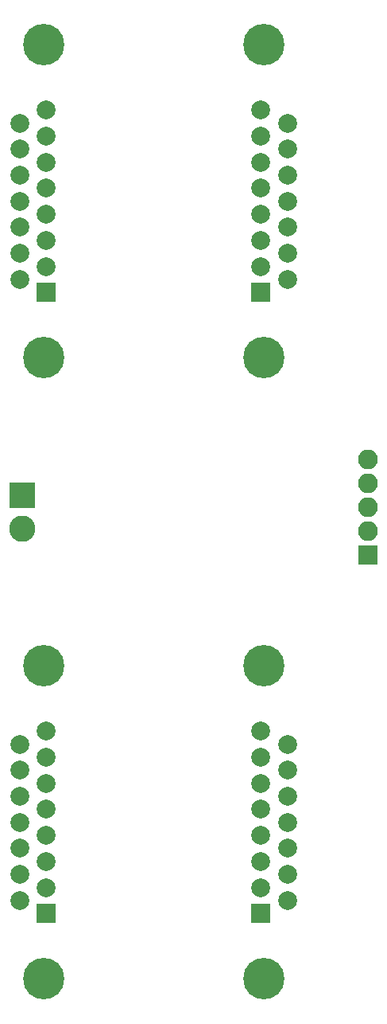
<source format=gbs>
G04 #@! TF.GenerationSoftware,KiCad,Pcbnew,(6.0.0-rc1-dev-392-gd9d005190)*
G04 #@! TF.CreationDate,2018-08-31T18:51:34-04:00*
G04 #@! TF.ProjectId,db15_HV,646231355F48562E6B696361645F7063,rev?*
G04 #@! TF.SameCoordinates,Original*
G04 #@! TF.FileFunction,Soldermask,Bot*
G04 #@! TF.FilePolarity,Negative*
%FSLAX46Y46*%
G04 Gerber Fmt 4.6, Leading zero omitted, Abs format (unit mm)*
G04 Created by KiCad (PCBNEW (6.0.0-rc1-dev-392-gd9d005190)) date 08/31/18 18:51:34*
%MOMM*%
%LPD*%
G01*
G04 APERTURE LIST*
%ADD10O,2.100000X2.100000*%
%ADD11R,2.100000X2.100000*%
%ADD12C,4.400000*%
%ADD13C,2.000000*%
%ADD14R,2.000000X2.000000*%
%ADD15C,2.800000*%
%ADD16R,2.800000X2.800000*%
G04 APERTURE END LIST*
D10*
G04 #@! TO.C,J3*
X140970000Y-100330000D03*
X140970000Y-102870000D03*
X140970000Y-105410000D03*
X140970000Y-107950000D03*
D11*
X140970000Y-110490000D03*
G04 #@! TD*
D12*
G04 #@! TO.C,J2_IN1*
X129840000Y-56205000D03*
X129840000Y-89505000D03*
D13*
X132380000Y-64545000D03*
X132380000Y-67315000D03*
X132380000Y-70085000D03*
X132380000Y-72855000D03*
X132380000Y-75625000D03*
X132380000Y-78395000D03*
X132380000Y-81165000D03*
X129540000Y-63160000D03*
X129540000Y-65930000D03*
X129540000Y-68700000D03*
X129540000Y-71470000D03*
X129540000Y-74240000D03*
X129540000Y-77010000D03*
X129540000Y-79780000D03*
D14*
X129540000Y-82550000D03*
G04 #@! TD*
D12*
G04 #@! TO.C,J2_OUT1*
X106380000Y-89505000D03*
X106380000Y-56205000D03*
D13*
X103840000Y-64545000D03*
X103840000Y-67315000D03*
X103840000Y-70085000D03*
X103840000Y-72855000D03*
X103840000Y-75625000D03*
X103840000Y-78395000D03*
X103840000Y-81165000D03*
X106680000Y-63160000D03*
X106680000Y-65930000D03*
X106680000Y-68700000D03*
X106680000Y-71470000D03*
X106680000Y-74240000D03*
X106680000Y-77010000D03*
X106680000Y-79780000D03*
D14*
X106680000Y-82550000D03*
G04 #@! TD*
D12*
G04 #@! TO.C,J1_IN1*
X129840000Y-122245000D03*
X129840000Y-155545000D03*
D13*
X132380000Y-130585000D03*
X132380000Y-133355000D03*
X132380000Y-136125000D03*
X132380000Y-138895000D03*
X132380000Y-141665000D03*
X132380000Y-144435000D03*
X132380000Y-147205000D03*
X129540000Y-129200000D03*
X129540000Y-131970000D03*
X129540000Y-134740000D03*
X129540000Y-137510000D03*
X129540000Y-140280000D03*
X129540000Y-143050000D03*
X129540000Y-145820000D03*
D14*
X129540000Y-148590000D03*
G04 #@! TD*
D12*
G04 #@! TO.C,J1_OUT1*
X106380000Y-155545000D03*
X106380000Y-122245000D03*
D13*
X103840000Y-130585000D03*
X103840000Y-133355000D03*
X103840000Y-136125000D03*
X103840000Y-138895000D03*
X103840000Y-141665000D03*
X103840000Y-144435000D03*
X103840000Y-147205000D03*
X106680000Y-129200000D03*
X106680000Y-131970000D03*
X106680000Y-134740000D03*
X106680000Y-137510000D03*
X106680000Y-140280000D03*
X106680000Y-143050000D03*
X106680000Y-145820000D03*
D14*
X106680000Y-148590000D03*
G04 #@! TD*
D15*
G04 #@! TO.C,J2*
X104140000Y-107640000D03*
D16*
X104140000Y-104140000D03*
G04 #@! TD*
M02*

</source>
